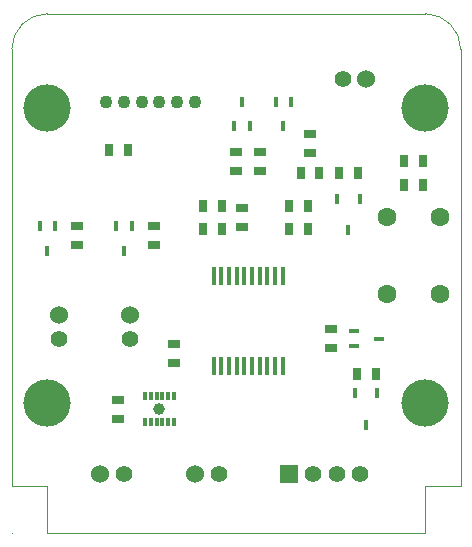
<source format=gts>
G04 (created by PCBNEW (2013-07-07 BZR 4022)-stable) date 2026/02/15 0:01:33*
%MOIN*%
G04 Gerber Fmt 3.4, Leading zero omitted, Abs format*
%FSLAX34Y34*%
G01*
G70*
G90*
G04 APERTURE LIST*
%ADD10C,0.00590551*%
%ADD11C,0.00393701*%
%ADD12C,0.1575*%
%ADD13C,0.063*%
%ADD14R,0.0177X0.0354*%
%ADD15R,0.06X0.06*%
%ADD16C,0.0551*%
%ADD17C,0.06*%
%ADD18R,0.0315X0.0394*%
%ADD19R,0.0394X0.0315*%
%ADD20C,0.0433*%
%ADD21R,0.0354X0.0177*%
%ADD22R,0.011811X0.0275591*%
%ADD23C,0.0393701*%
%ADD24R,0.0138X0.063*%
G04 APERTURE END LIST*
G54D10*
G54D11*
X0Y0D02*
G75*
G03X0Y0I0J0D01*
G74*
G01*
X0Y0D02*
X0Y0D01*
X0Y0D02*
X0Y0D01*
X0Y0D02*
G75*
G03X0Y0I0J0D01*
G74*
G01*
X0Y0D02*
X0Y0D01*
X0Y0D02*
X0Y0D01*
X0Y0D02*
G75*
G03X0Y0I0J0D01*
G74*
G01*
X0Y0D02*
X0Y0D01*
X0Y0D02*
X0Y0D01*
X14960Y16141D02*
G75*
G03X13779Y17322I-1181J0D01*
G74*
G01*
X1181Y17322D02*
G75*
G03X0Y16141I0J-1181D01*
G74*
G01*
X1181Y17322D02*
X13779Y17322D01*
X14960Y1574D02*
X14960Y16141D01*
X13779Y1574D02*
X14960Y1574D01*
X13779Y0D02*
X13779Y1574D01*
X1181Y0D02*
X13779Y0D01*
X1181Y1574D02*
X1181Y0D01*
X0Y1574D02*
X1181Y1574D01*
X0Y16141D02*
X0Y1574D01*
G54D12*
X13779Y14173D03*
X13779Y4330D03*
X1181Y4330D03*
X1181Y14173D03*
G54D13*
X14271Y10531D03*
X12499Y10531D03*
X14271Y7971D03*
X12499Y7971D03*
G54D14*
X11594Y11160D03*
X11220Y10098D03*
X10846Y11160D03*
G54D15*
X9251Y1968D03*
G54D16*
X10038Y1968D03*
X10826Y1968D03*
X11614Y1968D03*
G54D17*
X11811Y15157D03*
G54D16*
X11024Y15157D03*
G54D17*
X2952Y1968D03*
G54D16*
X3739Y1968D03*
G54D17*
X6102Y1968D03*
G54D16*
X6889Y1968D03*
G54D18*
X3858Y12795D03*
X3228Y12795D03*
G54D19*
X9940Y13307D03*
X9940Y12677D03*
X7480Y12086D03*
X7480Y12716D03*
G54D18*
X7007Y10925D03*
X6377Y10925D03*
X6377Y10137D03*
X7007Y10137D03*
G54D19*
X3543Y4448D03*
X3543Y3818D03*
G54D18*
X9232Y10137D03*
X9862Y10137D03*
X11496Y5314D03*
X12126Y5314D03*
G54D19*
X10629Y6811D03*
X10629Y6181D03*
G54D18*
X13070Y11614D03*
X13700Y11614D03*
G54D19*
X2165Y10255D03*
X2165Y9625D03*
X7677Y10216D03*
X7677Y10846D03*
G54D18*
X10905Y12007D03*
X11535Y12007D03*
X10255Y12007D03*
X9625Y12007D03*
G54D19*
X8267Y12716D03*
X8267Y12086D03*
X5413Y6318D03*
X5413Y5688D03*
G54D18*
X9862Y10925D03*
X9232Y10925D03*
X13700Y12401D03*
X13070Y12401D03*
G54D20*
X3149Y14370D03*
X3740Y14370D03*
X4330Y14370D03*
X4921Y14370D03*
X5511Y14370D03*
X6102Y14370D03*
G54D17*
X1574Y7283D03*
G54D16*
X1574Y6496D03*
G54D17*
X3937Y7283D03*
G54D16*
X3937Y6496D03*
G54D14*
X3996Y10255D03*
X3740Y9429D03*
X3484Y10255D03*
G54D19*
X4724Y10255D03*
X4724Y9625D03*
G54D21*
X11398Y6752D03*
X12224Y6496D03*
X11398Y6240D03*
G54D14*
X1437Y10255D03*
X1181Y9429D03*
X925Y10255D03*
X9311Y14389D03*
X9055Y13563D03*
X8799Y14389D03*
G54D22*
X4429Y3700D03*
X4625Y3700D03*
X4822Y3700D03*
X5019Y3700D03*
X5216Y3700D03*
X5413Y3700D03*
X5413Y4566D03*
X5216Y4566D03*
X5019Y4566D03*
X4822Y4566D03*
X4625Y4566D03*
X4429Y4566D03*
G54D23*
X4921Y4133D03*
G54D24*
X6722Y5590D03*
X6978Y5590D03*
X7234Y5590D03*
X7490Y5590D03*
X7746Y5590D03*
X8002Y5590D03*
X8258Y5590D03*
X8514Y5590D03*
X8770Y5590D03*
X9026Y5590D03*
X9026Y8582D03*
X8770Y8582D03*
X8514Y8582D03*
X8258Y8582D03*
X8002Y8582D03*
X7746Y8582D03*
X7490Y8582D03*
X7234Y8582D03*
X6978Y8582D03*
X6722Y8582D03*
G54D14*
X7421Y13563D03*
X7677Y14389D03*
X7933Y13563D03*
X12185Y4664D03*
X11811Y3602D03*
X11437Y4664D03*
M02*

</source>
